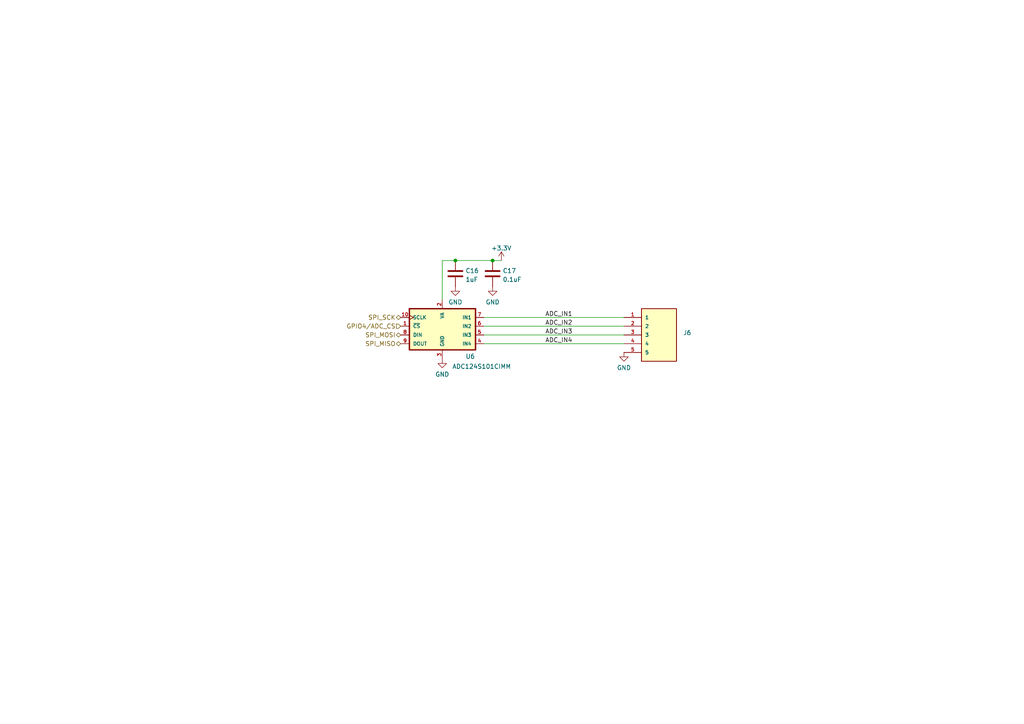
<source format=kicad_sch>
(kicad_sch (version 20230121) (generator eeschema)
  (paper "A4")
  (lib_symbols
    (symbol "ADC124S101CIMM:ADC124S101CIMM" (pin_names (offset 1.016))
      (property "Reference" "U" (at -8.89 6.858 0))
      (property "Value" "ADC124S101CIMM" (at -18.796 -8.89 0))
      (symbol "ADC124S101CIMM_0_0"
        (rectangle (start -9.652 6.35) (end 9.525 -5.588) (stroke (width 0.41)) (fill (type background)))
      )
      (symbol "ADC124S101CIMM_1_0"
        (pin input line (at 12.065 1.27 180) (length 2.54) (name "~{CS}") (number "1"))
        (pin input clock (at 12.065 3.81 180) (length 2.5) (name "SCLK") (number "10"))
        (pin power_in line (at 0 8.89 270) (length 2.54) (name "VA") (number "2"))
        (pin power_in line (at 0 -8.255 90) (length 2.54) (name "GND") (number "3"))
        (pin input line (at -12.065 -3.81 0) (length 2.54) (name "IN4") (number "4"))
        (pin input line (at -12.065 -1.27 0) (length 2.54) (name "IN3") (number "5"))
        (pin input line (at -12.065 1.27 0) (length 2.54) (name "IN2") (number "6"))
        (pin input line (at -12.065 3.81 0) (length 2.54) (name "IN1") (number "7"))
        (pin input line (at 12.065 -1.27 180) (length 2.54) (name "DIN") (number "8"))
        (pin output line (at 12.065 -3.81 180) (length 2.54) (name "DOUT") (number "9"))
      )
    )
    (symbol "Device:C" (pin_numbers hide) (pin_names (offset 0.254))
      (property "Reference" "C" (at 0.635 2.54 0))
      (property "Value" "C" (at 0.635 -2.54 0))
      (symbol "C_0_1"
        (polyline (pts (xy -2.032 -0.762) (xy 2.032 -0.762)) (stroke (width 0.508)))
        (polyline (pts (xy -2.032 0.762) (xy 2.032 0.762)) (stroke (width 0.508)))
      )
      (symbol "C_1_1"
        (pin passive line (at 0 3.81 270) (length 2.794) (name "~") (number "1"))
        (pin passive line (at 0 -3.81 90) (length 2.794) (name "~") (number "2"))
      )
    )
    (symbol "TBP02R2-381-05BE:TBP02R2-381-05BE" (pin_names (offset 1.016))
      (property "Reference" "J" (at -5.58 7.62 0))
      (property "Value" "TBP02R2-381-05BE" (at -5.08 -10.16 0))
      (symbol "TBP02R2-381-05BE_0_0"
        (rectangle (start -5.08 -7.62) (end 5.08 7.62) (stroke (width 0.254)) (fill (type background)))
        (pin passive line (at -10.16 5.08 0) (length 5.08) (name "1") (number "1"))
        (pin passive line (at -10.16 2.54 0) (length 5.08) (name "2") (number "2"))
        (pin passive line (at -10.16 0 0) (length 5.08) (name "3") (number "3"))
        (pin passive line (at -10.16 -2.54 0) (length 5.08) (name "4") (number "4"))
        (pin passive line (at -10.16 -5.08 0) (length 5.08) (name "5") (number "5"))
      )
    )
    (symbol "power:+3.3V" (power) (pin_names (offset 0))
      (property "Value" "+3.3V" (at 0 3.556 0))
      (symbol "+3.3V_0_1"
        (polyline (pts (xy -0.762 1.27) (xy 0 2.54)))
        (polyline (pts (xy 0 0) (xy 0 2.54)))
        (polyline (pts (xy 0 2.54) (xy 0.762 1.27)))
      )
      (symbol "+3.3V_1_1"
        (pin power_in line (at 0 0 90) (length 0) hide (name "+3.3V") (number "1"))
      )
    )
    (symbol "power:GND" (power) (pin_names (offset 0))
      (property "Value" "GND" (at 0 -3.81 0))
      (symbol "GND_0_1"
        (polyline (pts (xy 0 0) (xy 0 -1.27) (xy 1.27 -1.27) (xy 0 -2.54) (xy -1.27 -1.27) (xy 0 -1.27)))
      )
      (symbol "GND_1_1"
        (pin power_in line (at 0 0 270) (length 0) hide (name "GND") (number "1"))
      )
    )
  )
  (junction (at 142.875 75.565))
  (junction (at 132.08 75.565))
  (wire (pts (xy 132.08 75.565) (xy 142.875 75.565)))
  (wire (pts (xy 140.335 92.075) (xy 180.975 92.075)))
  (wire (pts (xy 145.415 75.565) (xy 142.875 75.565)))
  (wire (pts (xy 140.335 94.615) (xy 180.975 94.615)))
  (wire (pts (xy 132.08 75.565) (xy 128.27 75.565)))
  (wire (pts (xy 140.335 97.155) (xy 180.975 97.155)))
  (wire (pts (xy 140.335 99.695) (xy 180.975 99.695)))
  (wire (pts (xy 128.27 75.565) (xy 128.27 86.995)))
  (label "ADC_IN4" (at 158.115 99.695 0))
  (label "ADC_IN3" (at 158.115 97.155 0))
  (label "ADC_IN1" (at 158.115 92.075 0))
  (label "ADC_IN2" (at 158.115 94.615 0))
  (hierarchical_label "SPI_SCK" (shape bidirectional) (at 116.205 92.075 180))
  (hierarchical_label "GPIO4{slash}ADC_CS" (shape input) (at 116.205 94.615 180))
  (hierarchical_label "SPI_MOSI" (shape bidirectional) (at 116.205 97.155 180))
  (hierarchical_label "SPI_MISO" (shape bidirectional) (at 116.205 99.695 180))
  (symbol (lib_id "Device:C") (at 142.875 79.375 0) (unit 1)
    (property "Reference" "C17" (at 145.796 78.5403 0) (effects (justify left)))
    (property "Value" "0.1uF" (at 145.796 81.0772 0) (effects (justify left)))
    (property "Footprint" "Capacitor_SMD:C_0603_1608Metric" (effects hide))
    (instances (project "esp32-clover" (path "" (reference "C17") (unit 1)) (path "" (reference "C?") (unit 1))))
  )
  (symbol (lib_id "power:GND") (at 128.27 104.14 0) (unit 1)
    (property "Reference" "#PWR052" (effects hide))
    (property "Value" "GND" (at 128.27 108.5834 0))
    (instances (project "esp32-clover" (path "" (reference "#PWR052") (unit 1)) (path "" (reference "#PWR077") (unit 1))))
  )
  (symbol (lib_id "power:+3.3V") (at 145.415 75.565 0) (unit 1)
    (property "Reference" "#PWR056" (effects hide))
    (property "Value" "+3.3V" (at 145.415 71.9892 0))
    (instances (project "esp32-clover" (path "" (reference "#PWR056") (unit 1)) (path "" (reference "#PWR090") (unit 1))))
  )
  (symbol (lib_id "power:GND") (at 142.875 83.185 0) (unit 1)
    (property "Reference" "#PWR055" (effects hide))
    (property "Value" "GND" (at 142.875 87.6284 0))
    (instances (project "esp32-clover" (path "" (reference "#PWR055") (unit 1)) (path "" (reference "#PWR089") (unit 1))))
  )
  (symbol (lib_id "power:GND") (at 180.975 102.235 0) (unit 1)
    (property "Reference" "#PWR069" (effects hide))
    (property "Value" "GND" (at 180.975 106.6784 0))
    (instances (project "esp32-clover" (path "" (reference "#PWR069") (unit 1)) (path "" (reference "#PWR076") (unit 1))))
  )
  (symbol (lib_id "power:GND") (at 132.08 83.185 0) (unit 1)
    (property "Reference" "#PWR054" (effects hide))
    (property "Value" "GND" (at 132.08 87.6284 0))
    (instances (project "esp32-clover" (path "" (reference "#PWR054") (unit 1)) (path "" (reference "#PWR088") (unit 1))))
  )
  (symbol (lib_id "Device:C") (at 132.08 79.375 0) (unit 1)
    (property "Reference" "C16" (at 135.001 78.5403 0) (effects (justify left)))
    (property "Value" "1uF" (at 135.001 81.0772 0) (effects (justify left)))
    (property "Footprint" "Capacitor_SMD:C_0603_1608Metric" (effects hide))
    (instances (project "esp32-clover" (path "" (reference "C16") (unit 1)) (path "" (reference "C?") (unit 1))))
  )
  (symbol (lib_id "ADC124S101CIMM:ADC124S101CIMM") (at 128.27 95.885 0) (mirror y) (unit 1)
    (property "Reference" "U6" (at 136.398 103.378 0))
    (property "Value" "ADC124S101CIMM" (at 139.7 106.299 0))
    (property "Footprint" "SOP50P490X110-10N" (effects hide))
    (property "Datasheet" "https://www.ti.com/lit/ds/symlink/adc124s101.pdf?HQS=dis-dk-null-digikeymode-dsf-pf-null-wwe&ts=1668772001635" (effects hide))
    (property "Supplier" "https://www.digikey.com.au/en/products/detail/texas-instruments/ADC124S101CIMM-NOPB/755015" (effects hide))
    (instances (project "esp32-clover" (path "" (reference "U6") (unit 1)) (path "" (reference "U?") (unit 1))))
  )
  (symbol (lib_id "TBP02R2-381-05BE:TBP02R2-381-05BE") (at 191.135 97.155 0) (unit 1)
    (property "Reference" "J6" (at 198.12 96.52 0) (effects (justify left)))
    (property "Value" "TBP02R2-381-05BE" (effects hide))
    (property "Footprint" "CUI_TBP02R2-381-05BE" (effects hide))
    (property "STANDARD" "Manufacturer Recommendations" (effects hide))
    (property "MANUFACTURER" "CUI" (effects hide))
    (instances (project "esp32-clover" (path "" (reference "J6") (unit 1)) (path "" (reference "J?") (unit 1))))
  )
)
</source>
